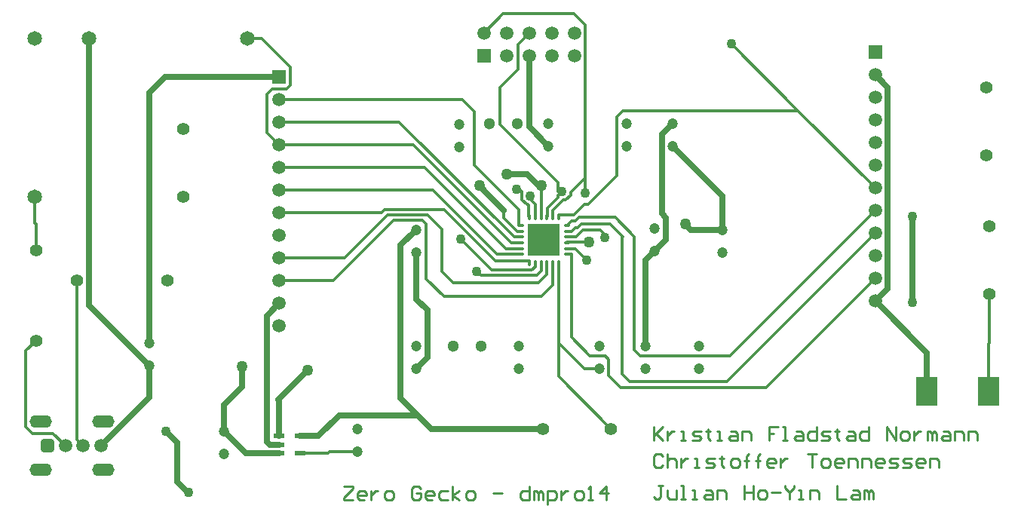
<source format=gtl>
%FSLAX44Y44*%
%MOMM*%
G71*
G01*
G75*
G04 Layer_Physical_Order=1*
G04 Layer_Color=255*
%ADD10R,2.4000X3.3000*%
%ADD11R,1.3000X0.5500*%
%ADD12O,0.7500X0.3000*%
%ADD13O,0.3000X0.7500*%
%ADD14R,3.6000X3.6000*%
%ADD15C,0.6530*%
%ADD16C,0.3000*%
%ADD17C,0.2540*%
%ADD18C,1.3000*%
%ADD19C,1.4000*%
%ADD20R,1.5000X1.5000*%
%ADD21C,1.5000*%
%ADD22R,1.5000X1.5000*%
%ADD23C,1.2000*%
%ADD24O,2.5000X1.4000*%
G04:AMPARAMS|DCode=25|XSize=1.52mm|YSize=1.52mm|CornerRadius=0.38mm|HoleSize=0mm|Usage=FLASHONLY|Rotation=270.000|XOffset=0mm|YOffset=0mm|HoleType=Round|Shape=RoundedRectangle|*
%AMROUNDEDRECTD25*
21,1,1.5200,0.7600,0,0,270.0*
21,1,0.7600,1.5200,0,0,270.0*
1,1,0.7600,-0.3800,-0.3800*
1,1,0.7600,-0.3800,0.3800*
1,1,0.7600,0.3800,0.3800*
1,1,0.7600,0.3800,-0.3800*
%
%ADD25ROUNDEDRECTD25*%
%ADD26C,1.5200*%
%ADD27C,1.6500*%
%ADD28C,1.1000*%
%ADD29C,1.2700*%
%ADD30C,0.5000*%
D10*
X1585770Y922020D02*
D03*
X1655270D02*
D03*
D11*
X881950Y871830D02*
D03*
Y852830D02*
D03*
X857950D02*
D03*
Y862330D02*
D03*
Y871830D02*
D03*
D12*
X1129950Y1108450D02*
D03*
Y1101950D02*
D03*
Y1095450D02*
D03*
Y1088950D02*
D03*
Y1082450D02*
D03*
Y1075950D02*
D03*
X1181450D02*
D03*
Y1082450D02*
D03*
Y1088950D02*
D03*
Y1095450D02*
D03*
Y1101950D02*
D03*
Y1108450D02*
D03*
D13*
X1139450Y1066450D02*
D03*
X1145950D02*
D03*
X1152450D02*
D03*
X1158950D02*
D03*
X1165450D02*
D03*
X1171950D02*
D03*
Y1117950D02*
D03*
X1165450D02*
D03*
X1158950D02*
D03*
X1152450D02*
D03*
X1145950D02*
D03*
X1139450D02*
D03*
D14*
X1155700Y1092200D02*
D03*
D15*
X1356360Y1103630D02*
Y1141730D01*
X1300480Y1197610D02*
X1356360Y1141730D01*
X712470Y976630D02*
Y1257300D01*
X730250Y1275080D01*
X858520D01*
X1139190Y1219200D02*
Y1299210D01*
Y1219200D02*
X1160780Y1197610D01*
X1527810Y1277620D02*
X1541780Y1263650D01*
Y1037590D02*
Y1263650D01*
X1527810Y1023620D02*
X1541780Y1037590D01*
X1585770Y922020D02*
Y965660D01*
X1527810Y1023620D02*
X1585770Y965660D01*
X1288034Y1210564D02*
X1300480Y1223010D01*
X1288034Y1121664D02*
Y1210564D01*
Y1121664D02*
X1292606Y1117092D01*
Y1091946D02*
Y1117092D01*
X1280160Y1079500D02*
X1292606Y1091946D01*
X1270000Y1069340D02*
X1280160Y1079500D01*
X1270000Y972820D02*
Y1069340D01*
X645160Y1018540D02*
Y1318260D01*
Y1018540D02*
X712470Y951230D01*
Y915230D02*
Y951230D01*
X658300Y861060D02*
X712470Y915230D01*
X1012190Y1025652D02*
Y1078230D01*
Y1025652D02*
X1024636Y1013206D01*
Y959866D02*
Y1013206D01*
X1012190Y947420D02*
X1024636Y959866D01*
X1569720Y1022350D02*
Y1118870D01*
X847725Y862330D02*
X857950D01*
X844550Y865505D02*
X847725Y862330D01*
X844550Y1007110D02*
X858520Y1021080D01*
X796290Y877570D02*
X821030Y852830D01*
X857950D01*
X796290Y877570D02*
Y907096D01*
X994664Y914400D02*
Y1086104D01*
X1012190Y1103630D01*
X1028954Y880110D02*
X1154430D01*
X925576Y895096D02*
X1013968D01*
X902310Y871830D02*
X925576Y895096D01*
X881950Y871830D02*
X902310D01*
X994664Y914400D02*
X1013968Y895096D01*
X1028954Y880110D01*
X731520Y877570D02*
X744220Y864870D01*
Y820420D02*
Y864870D01*
Y820420D02*
X755650Y808990D01*
X756920D01*
X1092230Y1143990D02*
X1110490Y1125730D01*
X1092230Y1143990D02*
Y1144240D01*
X1083310Y1153160D02*
X1092230Y1144240D01*
X1149350Y1153160D02*
X1153160D01*
X1136650Y1165860D02*
X1149350Y1153160D01*
X1111250Y1165860D02*
X1113790D01*
X1136650D01*
X1314450Y1109980D02*
X1320800Y1103630D01*
X1356360D01*
X844550Y865505D02*
Y1007110D01*
X816610Y927416D02*
Y949960D01*
X796290Y907096D02*
X816610Y927416D01*
X857950Y871830D02*
Y912430D01*
X857250Y913130D02*
X857950Y912430D01*
X857250Y913130D02*
X890270Y946150D01*
D16*
X1405382Y926592D02*
X1527810Y1049020D01*
X1241638Y926592D02*
X1405382D01*
X1228430Y939800D02*
X1241638Y926592D01*
X1228430Y939800D02*
Y958088D01*
X1224366Y962152D02*
X1228430Y958088D01*
X1207262Y962152D02*
X1224366D01*
X1186434Y982980D02*
X1207262Y962152D01*
X1181450Y1075950D02*
X1186434D01*
X1360932Y932942D02*
X1527810Y1099820D01*
X1252220Y932942D02*
X1360932D01*
X1364742Y962152D02*
X1527810Y1125220D01*
X1263650Y962152D02*
X1364742D01*
X1257300Y968502D02*
X1263650Y962152D01*
X1440942Y1237488D02*
X1527810Y1150620D01*
X1244600Y1237488D02*
X1440942D01*
X1237742Y1230630D02*
X1244600Y1237488D01*
X1237742Y1164590D02*
Y1230630D01*
X1158950Y1053286D02*
Y1066450D01*
X1149350Y1043686D02*
X1158950Y1053286D01*
X1054100Y1043686D02*
X1149350D01*
X1040638Y1057148D02*
X1054100Y1043686D01*
X1040638Y1057148D02*
Y1104138D01*
X1024646Y1120130D02*
X1040638Y1104138D01*
X979697Y1120130D02*
X1024646D01*
X931446Y1071880D02*
X979697Y1120130D01*
X858520Y1071880D02*
X931446D01*
X1064006Y1249680D02*
X1077214Y1236472D01*
X858520Y1249680D02*
X1064006D01*
X631190Y868170D02*
Y1046480D01*
Y868170D02*
X638300Y861060D01*
X604330Y875030D02*
X618300Y861060D01*
X581406Y875030D02*
X604330D01*
X573786Y882650D02*
X581406Y875030D01*
X573786Y882650D02*
Y967486D01*
X585470Y979170D01*
Y1080770D02*
Y1109980D01*
X584200Y1111250D02*
X585470Y1109980D01*
X584200Y1111250D02*
Y1140460D01*
X822960Y1318260D02*
X838835D01*
X870712Y1286383D01*
Y1265617D02*
Y1286383D01*
X866775Y1261680D02*
X870712Y1265617D01*
X850900Y1261680D02*
X866775D01*
X844550Y1255330D02*
X850900Y1261680D01*
X844550Y1212850D02*
Y1255330D01*
Y1212850D02*
X858520Y1198880D01*
X1118950Y1088950D02*
X1129950D01*
X1009020Y1198880D02*
X1118950Y1088950D01*
X858520Y1198880D02*
X1009020D01*
X914756Y854710D02*
X946150D01*
X912876Y852830D02*
X914756Y854710D01*
X881950Y852830D02*
X912876D01*
X1080317Y1056792D02*
X1084909Y1052200D01*
X1147374D01*
X1152450Y1057275D01*
Y1066450D01*
X1062482Y1092962D02*
X1097244Y1058200D01*
X1142176D01*
X1145950Y1061974D01*
Y1066450D01*
X1139450Y1117950D02*
Y1118832D01*
X858520Y1173480D02*
X1021873D01*
X1112903Y1082450D01*
X1129950D01*
X1139450Y1066450D02*
Y1068792D01*
X1043893Y1126130D02*
X1101231Y1068792D01*
X977032Y1126130D02*
X1043893D01*
X973582Y1122680D02*
X977032Y1126130D01*
X858520Y1122680D02*
X973582D01*
X1200670Y947420D02*
X1217930D01*
X1171950Y976140D02*
X1200670Y947420D01*
X1656080Y976630D02*
Y1031240D01*
X1655270Y975820D02*
X1656080Y976630D01*
X1655270Y922020D02*
Y975820D01*
X1165450Y1041400D02*
Y1066450D01*
X1152750Y1028700D02*
X1165450Y1041400D01*
X1043178Y1028700D02*
X1152750D01*
X1023620Y1048258D02*
X1043178Y1028700D01*
X1023620Y1048258D02*
Y1109685D01*
X1019175Y1114130D02*
X1023620Y1109685D01*
X986790Y1114130D02*
X1019175D01*
X919140Y1046480D02*
X986790Y1114130D01*
X858520Y1046480D02*
X919140D01*
X1106424Y1263396D02*
X1126490Y1283462D01*
Y1311910D01*
X1139190Y1324610D01*
X1109980Y1346200D02*
X1189482D01*
X1202182Y1333500D01*
X1088390Y1324610D02*
X1109980Y1346200D01*
X858520Y1148080D02*
X1030986D01*
X1103116Y1075950D01*
X1129950D01*
X1121918Y1095450D02*
X1129950D01*
X993088Y1224280D02*
X1121918Y1095450D01*
X858520Y1224280D02*
X993088D01*
X1171950Y938790D02*
X1230630Y880110D01*
X1186434Y982980D02*
Y1075950D01*
X1138200Y1118832D02*
X1139450D01*
X1366012Y1312418D02*
X1440942Y1237488D01*
X1202182Y1144524D02*
Y1161797D01*
Y1333500D01*
X1101231Y1068792D02*
X1139450D01*
X1171950Y938790D02*
Y976140D01*
Y1066450D01*
X1127760Y1108450D02*
X1129950D01*
X1110490Y1117090D02*
Y1125730D01*
Y1117090D02*
X1125630Y1101950D01*
X1129950D01*
X1158950Y1117950D02*
X1159450Y1118450D01*
X1106424Y1221486D02*
Y1263396D01*
X1145950Y1117950D02*
Y1132234D01*
X1177195Y1136810D02*
X1180162D01*
X1186020Y1142668D01*
Y1145635D01*
X1202182Y1161797D01*
X1171217Y1139317D02*
Y1142007D01*
X1176020Y1146810D01*
X1152450Y1117950D02*
X1152950Y1118450D01*
X1106424Y1221486D02*
X1171217Y1156693D01*
Y1146810D02*
Y1156693D01*
X1077214Y1176525D02*
Y1236472D01*
Y1176525D02*
X1127760Y1125980D01*
Y1108450D02*
Y1125980D01*
X1125220Y1149350D02*
X1127506D01*
X1136650Y1141534D02*
X1145950Y1132234D01*
X1138200Y1118832D02*
Y1131499D01*
X1127506Y1149350D02*
X1130650Y1146206D01*
X1136650Y1141534D02*
X1136846Y1141730D01*
X1140460D01*
X1130650Y1146062D02*
Y1146206D01*
X1130460Y1145872D02*
X1130650Y1146062D01*
X1130460Y1137588D02*
Y1145872D01*
Y1137588D02*
X1136318Y1131730D01*
X1137969D01*
X1138200Y1131499D01*
X1153160Y1139905D02*
Y1153160D01*
X1171950Y1117950D02*
Y1120140D01*
X1165450Y1117950D02*
Y1125065D01*
X1177195Y1136810D01*
X1159450Y1118450D02*
Y1127550D01*
X1171217Y1139317D01*
X1152950Y1118450D02*
Y1139696D01*
X1153160Y1139905D01*
X1181450Y1108450D02*
X1186790Y1113790D01*
X1181450Y1082450D02*
X1181700Y1082200D01*
X1243330Y941832D02*
X1252220Y932942D01*
X1205132Y1131980D02*
X1237742Y1164590D01*
X1181450Y1101950D02*
X1186868D01*
X1190928Y1106010D01*
X1193468D01*
X1186790Y1113790D02*
X1191305D01*
X1171950Y1120140D02*
X1189169D01*
X1181450Y1095450D02*
X1181950Y1095950D01*
X1191893D01*
X1189169Y1120140D02*
X1201009Y1131980D01*
X1205132D01*
X1243330Y1094568D02*
X1244440Y1095678D01*
X1243330Y941832D02*
Y1094568D01*
X1181700Y1082200D02*
X1190846D01*
X1203960Y1069086D01*
X1181450Y1088950D02*
X1181950Y1089450D01*
X1191893Y1095950D02*
X1199573Y1103630D01*
X1219200D01*
X1224280Y1094740D02*
Y1098550D01*
X1219200Y1103630D02*
X1224280Y1098550D01*
X1193468Y1106010D02*
X1197438Y1109980D01*
X1230138D01*
X1244440Y1095678D01*
X1191305Y1113790D02*
X1195115Y1117600D01*
X1235710D01*
X1257300Y1096010D01*
Y968502D02*
Y1096010D01*
X1181950Y1089450D02*
X1206500D01*
D17*
X930910Y815335D02*
X941067D01*
Y812796D01*
X930910Y802639D01*
Y800100D01*
X941067D01*
X953763D02*
X948684D01*
X946145Y802639D01*
Y807718D01*
X948684Y810257D01*
X953763D01*
X956302Y807718D01*
Y805178D01*
X946145D01*
X961380Y810257D02*
Y800100D01*
Y805178D01*
X963919Y807718D01*
X966459Y810257D01*
X968998D01*
X979154Y800100D02*
X984233D01*
X986772Y802639D01*
Y807718D01*
X984233Y810257D01*
X979154D01*
X976615Y807718D01*
Y802639D01*
X979154Y800100D01*
X1017242Y812796D02*
X1014703Y815335D01*
X1009624D01*
X1007085Y812796D01*
Y802639D01*
X1009624Y800100D01*
X1014703D01*
X1017242Y802639D01*
Y807718D01*
X1012164D01*
X1029938Y800100D02*
X1024860D01*
X1022320Y802639D01*
Y807718D01*
X1024860Y810257D01*
X1029938D01*
X1032477Y807718D01*
Y805178D01*
X1022320D01*
X1047712Y810257D02*
X1040095D01*
X1037555Y807718D01*
Y802639D01*
X1040095Y800100D01*
X1047712D01*
X1052791D02*
Y815335D01*
Y805178D02*
X1060408Y810257D01*
X1052791Y805178D02*
X1060408Y800100D01*
X1070565D02*
X1075643D01*
X1078182Y802639D01*
Y807718D01*
X1075643Y810257D01*
X1070565D01*
X1068026Y807718D01*
Y802639D01*
X1070565Y800100D01*
X1098496Y807718D02*
X1108652D01*
X1139123Y815335D02*
Y800100D01*
X1131505D01*
X1128966Y802639D01*
Y807718D01*
X1131505Y810257D01*
X1139123D01*
X1144201Y800100D02*
Y810257D01*
X1146740D01*
X1149279Y807718D01*
Y800100D01*
Y807718D01*
X1151818Y810257D01*
X1154358Y807718D01*
Y800100D01*
X1159436Y795022D02*
Y810257D01*
X1167054D01*
X1169593Y807718D01*
Y802639D01*
X1167054Y800100D01*
X1159436D01*
X1174671Y810257D02*
Y800100D01*
Y805178D01*
X1177210Y807718D01*
X1179750Y810257D01*
X1182289D01*
X1192445Y800100D02*
X1197524D01*
X1200063Y802639D01*
Y807718D01*
X1197524Y810257D01*
X1192445D01*
X1189906Y807718D01*
Y802639D01*
X1192445Y800100D01*
X1205141D02*
X1210220D01*
X1207681D01*
Y815335D01*
X1205141Y812796D01*
X1225455Y800100D02*
Y815335D01*
X1217837Y807718D01*
X1227994D01*
X1278890Y882645D02*
Y867410D01*
Y872488D01*
X1289047Y882645D01*
X1281429Y875027D01*
X1289047Y867410D01*
X1294125Y877567D02*
Y867410D01*
Y872488D01*
X1296664Y875027D01*
X1299203Y877567D01*
X1301743D01*
X1309360Y867410D02*
X1314438D01*
X1311899D01*
Y877567D01*
X1309360D01*
X1322056Y867410D02*
X1329674D01*
X1332213Y869949D01*
X1329674Y872488D01*
X1324595D01*
X1322056Y875027D01*
X1324595Y877567D01*
X1332213D01*
X1339830Y880106D02*
Y877567D01*
X1337291D01*
X1342370D01*
X1339830D01*
Y869949D01*
X1342370Y867410D01*
X1349987D02*
X1355065D01*
X1352526D01*
Y877567D01*
X1349987D01*
X1365222D02*
X1370300D01*
X1372840Y875027D01*
Y867410D01*
X1365222D01*
X1362683Y869949D01*
X1365222Y872488D01*
X1372840D01*
X1377918Y867410D02*
Y877567D01*
X1385535D01*
X1388075Y875027D01*
Y867410D01*
X1418545Y882645D02*
X1408388D01*
Y875027D01*
X1413466D01*
X1408388D01*
Y867410D01*
X1423623D02*
X1428701D01*
X1426162D01*
Y882645D01*
X1423623D01*
X1438858Y877567D02*
X1443937D01*
X1446476Y875027D01*
Y867410D01*
X1438858D01*
X1436319Y869949D01*
X1438858Y872488D01*
X1446476D01*
X1461711Y882645D02*
Y867410D01*
X1454093D01*
X1451554Y869949D01*
Y875027D01*
X1454093Y877567D01*
X1461711D01*
X1466789Y867410D02*
X1474407D01*
X1476946Y869949D01*
X1474407Y872488D01*
X1469328D01*
X1466789Y875027D01*
X1469328Y877567D01*
X1476946D01*
X1484563Y880106D02*
Y877567D01*
X1482024D01*
X1487103D01*
X1484563D01*
Y869949D01*
X1487103Y867410D01*
X1497259Y877567D02*
X1502338D01*
X1504877Y875027D01*
Y867410D01*
X1497259D01*
X1494720Y869949D01*
X1497259Y872488D01*
X1504877D01*
X1520112Y882645D02*
Y867410D01*
X1512494D01*
X1509955Y869949D01*
Y875027D01*
X1512494Y877567D01*
X1520112D01*
X1540425Y867410D02*
Y882645D01*
X1550582Y867410D01*
Y882645D01*
X1558200Y867410D02*
X1563278D01*
X1565817Y869949D01*
Y875027D01*
X1563278Y877567D01*
X1558200D01*
X1555660Y875027D01*
Y869949D01*
X1558200Y867410D01*
X1570896Y877567D02*
Y867410D01*
Y872488D01*
X1573435Y875027D01*
X1575974Y877567D01*
X1578513D01*
X1586131Y867410D02*
Y877567D01*
X1588670D01*
X1591209Y875027D01*
Y867410D01*
Y875027D01*
X1593748Y877567D01*
X1596287Y875027D01*
Y867410D01*
X1603905Y877567D02*
X1608983D01*
X1611522Y875027D01*
Y867410D01*
X1603905D01*
X1601366Y869949D01*
X1603905Y872488D01*
X1611522D01*
X1616601Y867410D02*
Y877567D01*
X1624218D01*
X1626758Y875027D01*
Y867410D01*
X1631836D02*
Y877567D01*
X1639453D01*
X1641992Y875027D01*
Y867410D01*
X1289047Y849626D02*
X1286508Y852165D01*
X1281429D01*
X1278890Y849626D01*
Y839469D01*
X1281429Y836930D01*
X1286508D01*
X1289047Y839469D01*
X1294125Y852165D02*
Y836930D01*
Y844548D01*
X1296664Y847087D01*
X1301743D01*
X1304282Y844548D01*
Y836930D01*
X1309360Y847087D02*
Y836930D01*
Y842008D01*
X1311899Y844548D01*
X1314438Y847087D01*
X1316978D01*
X1324595Y836930D02*
X1329674D01*
X1327134D01*
Y847087D01*
X1324595D01*
X1337291Y836930D02*
X1344909D01*
X1347448Y839469D01*
X1344909Y842008D01*
X1339830D01*
X1337291Y844548D01*
X1339830Y847087D01*
X1347448D01*
X1355065Y849626D02*
Y847087D01*
X1352526D01*
X1357605D01*
X1355065D01*
Y839469D01*
X1357605Y836930D01*
X1367761D02*
X1372840D01*
X1375379Y839469D01*
Y844548D01*
X1372840Y847087D01*
X1367761D01*
X1365222Y844548D01*
Y839469D01*
X1367761Y836930D01*
X1382996D02*
Y849626D01*
Y844548D01*
X1380457D01*
X1385535D01*
X1382996D01*
Y849626D01*
X1385535Y852165D01*
X1395692Y836930D02*
Y849626D01*
Y844548D01*
X1393153D01*
X1398231D01*
X1395692D01*
Y849626D01*
X1398231Y852165D01*
X1413466Y836930D02*
X1408388D01*
X1405849Y839469D01*
Y844548D01*
X1408388Y847087D01*
X1413466D01*
X1416006Y844548D01*
Y842008D01*
X1405849D01*
X1421084Y847087D02*
Y836930D01*
Y842008D01*
X1423623Y844548D01*
X1426162Y847087D01*
X1428701D01*
X1451554Y852165D02*
X1461711D01*
X1456633D01*
Y836930D01*
X1469328D02*
X1474407D01*
X1476946Y839469D01*
Y844548D01*
X1474407Y847087D01*
X1469328D01*
X1466789Y844548D01*
Y839469D01*
X1469328Y836930D01*
X1489642D02*
X1484563D01*
X1482024Y839469D01*
Y844548D01*
X1484563Y847087D01*
X1489642D01*
X1492181Y844548D01*
Y842008D01*
X1482024D01*
X1497259Y836930D02*
Y847087D01*
X1504877D01*
X1507416Y844548D01*
Y836930D01*
X1512494D02*
Y847087D01*
X1520112D01*
X1522651Y844548D01*
Y836930D01*
X1535347D02*
X1530269D01*
X1527729Y839469D01*
Y844548D01*
X1530269Y847087D01*
X1535347D01*
X1537886Y844548D01*
Y842008D01*
X1527729D01*
X1542965Y836930D02*
X1550582D01*
X1553121Y839469D01*
X1550582Y842008D01*
X1545504D01*
X1542965Y844548D01*
X1545504Y847087D01*
X1553121D01*
X1558200Y836930D02*
X1565817D01*
X1568356Y839469D01*
X1565817Y842008D01*
X1560739D01*
X1558200Y844548D01*
X1560739Y847087D01*
X1568356D01*
X1581052Y836930D02*
X1575974D01*
X1573435Y839469D01*
Y844548D01*
X1575974Y847087D01*
X1581052D01*
X1583591Y844548D01*
Y842008D01*
X1573435D01*
X1588670Y836930D02*
Y847087D01*
X1596287D01*
X1598826Y844548D01*
Y836930D01*
X1289047Y816605D02*
X1283968D01*
X1286508D01*
Y803909D01*
X1283968Y801370D01*
X1281429D01*
X1278890Y803909D01*
X1294125Y811527D02*
Y803909D01*
X1296664Y801370D01*
X1304282D01*
Y811527D01*
X1309360Y801370D02*
X1314438D01*
X1311899D01*
Y816605D01*
X1309360D01*
X1322056Y801370D02*
X1327134D01*
X1324595D01*
Y811527D01*
X1322056D01*
X1337291D02*
X1342370D01*
X1344909Y808988D01*
Y801370D01*
X1337291D01*
X1334752Y803909D01*
X1337291Y806448D01*
X1344909D01*
X1349987Y801370D02*
Y811527D01*
X1357605D01*
X1360144Y808988D01*
Y801370D01*
X1380457Y816605D02*
Y801370D01*
Y808988D01*
X1390614D01*
Y816605D01*
Y801370D01*
X1398231D02*
X1403310D01*
X1405849Y803909D01*
Y808988D01*
X1403310Y811527D01*
X1398231D01*
X1395692Y808988D01*
Y803909D01*
X1398231Y801370D01*
X1410927Y808988D02*
X1421084D01*
X1426162Y816605D02*
Y814066D01*
X1431241Y808988D01*
X1436319Y814066D01*
Y816605D01*
X1431241Y808988D02*
Y801370D01*
X1441397D02*
X1446476D01*
X1443937D01*
Y811527D01*
X1441397D01*
X1454093Y801370D02*
Y811527D01*
X1461711D01*
X1464250Y808988D01*
Y801370D01*
X1484563Y816605D02*
Y801370D01*
X1494720D01*
X1502338Y811527D02*
X1507416D01*
X1509955Y808988D01*
Y801370D01*
X1502338D01*
X1499798Y803909D01*
X1502338Y806448D01*
X1509955D01*
X1515034Y801370D02*
Y811527D01*
X1517573D01*
X1520112Y808988D01*
Y801370D01*
Y808988D01*
X1522651Y811527D01*
X1525190Y808988D01*
Y801370D01*
D18*
X1094480Y1223010D02*
D03*
X1125480D02*
D03*
X1084840Y972820D02*
D03*
X1053840D02*
D03*
D19*
X1230630Y880110D02*
D03*
X1154430D02*
D03*
X1656080Y1107440D02*
D03*
Y1031240D02*
D03*
X1652270Y1263650D02*
D03*
Y1187450D02*
D03*
X750570Y1140460D02*
D03*
Y1216660D02*
D03*
X732790Y1046480D02*
D03*
X631190D02*
D03*
X585470Y1080770D02*
D03*
Y979170D02*
D03*
D20*
X1527810Y1303020D02*
D03*
X858520Y1275080D02*
D03*
D21*
X1527810Y1277620D02*
D03*
Y1252220D02*
D03*
Y1226820D02*
D03*
Y1201420D02*
D03*
Y1176020D02*
D03*
Y1150620D02*
D03*
Y1125220D02*
D03*
Y1099820D02*
D03*
Y1074420D02*
D03*
Y1049020D02*
D03*
Y1023620D02*
D03*
X858520Y1249680D02*
D03*
Y1224280D02*
D03*
Y1198880D02*
D03*
Y1173480D02*
D03*
Y1148080D02*
D03*
Y1122680D02*
D03*
Y1097280D02*
D03*
Y1071880D02*
D03*
Y1046480D02*
D03*
Y1021080D02*
D03*
Y995680D02*
D03*
X1088390Y1324610D02*
D03*
X1113790Y1299210D02*
D03*
Y1324610D02*
D03*
X1139190Y1299210D02*
D03*
Y1324610D02*
D03*
X1164590Y1299210D02*
D03*
Y1324610D02*
D03*
X1189990Y1299210D02*
D03*
Y1324610D02*
D03*
D22*
X1088390Y1299210D02*
D03*
D23*
X1270000Y947420D02*
D03*
Y972820D02*
D03*
X1300480Y1197610D02*
D03*
Y1223010D02*
D03*
X1217930Y947420D02*
D03*
Y972820D02*
D03*
X1248410Y1197610D02*
D03*
Y1223010D02*
D03*
X1012190Y1103630D02*
D03*
Y1078230D02*
D03*
X1356360Y1103630D02*
D03*
Y1078230D02*
D03*
X1280160Y1104900D02*
D03*
Y1079500D02*
D03*
X946150Y854710D02*
D03*
Y880110D02*
D03*
X1012190Y972820D02*
D03*
Y947420D02*
D03*
X1127760Y972820D02*
D03*
Y947420D02*
D03*
X1060450Y1221740D02*
D03*
Y1196340D02*
D03*
X1160780Y1223010D02*
D03*
Y1197610D02*
D03*
X1329690Y947420D02*
D03*
Y972820D02*
D03*
X796290Y877570D02*
D03*
Y852170D02*
D03*
X712470Y976630D02*
D03*
Y951230D02*
D03*
D24*
X661000Y888410D02*
D03*
Y833710D02*
D03*
X591000D02*
D03*
Y888410D02*
D03*
D25*
X598300Y861060D02*
D03*
D26*
X618300D02*
D03*
X638300D02*
D03*
X658300D02*
D03*
D27*
X584200Y1318260D02*
D03*
Y1140460D02*
D03*
X645160Y1318260D02*
D03*
X822960D02*
D03*
D28*
X1080317Y1056792D02*
D03*
X1062482Y1092962D02*
D03*
X1155700Y1092200D02*
D03*
X1569720Y1118870D02*
D03*
Y1022350D02*
D03*
X731520Y877570D02*
D03*
X1366012Y1312418D02*
D03*
X1202182Y1144524D02*
D03*
X756920Y808990D02*
D03*
X1176020Y1146810D02*
D03*
X1125220Y1149350D02*
D03*
X1140460Y1141730D02*
D03*
X1203960Y1069086D02*
D03*
X1224280Y1094740D02*
D03*
D29*
X1083310Y1153160D02*
D03*
X1153160D02*
D03*
X1113790Y1165860D02*
D03*
X1206500Y1089450D02*
D03*
X1314450Y1109980D02*
D03*
X816610Y949960D02*
D03*
X890270Y946150D02*
D03*
D30*
X1144700Y1103200D02*
D03*
X1155700D02*
D03*
X1166700D02*
D03*
X1144700Y1092200D02*
D03*
X1155700D02*
D03*
X1166700D02*
D03*
X1144700Y1081200D02*
D03*
X1155700D02*
D03*
X1166700D02*
D03*
M02*

</source>
